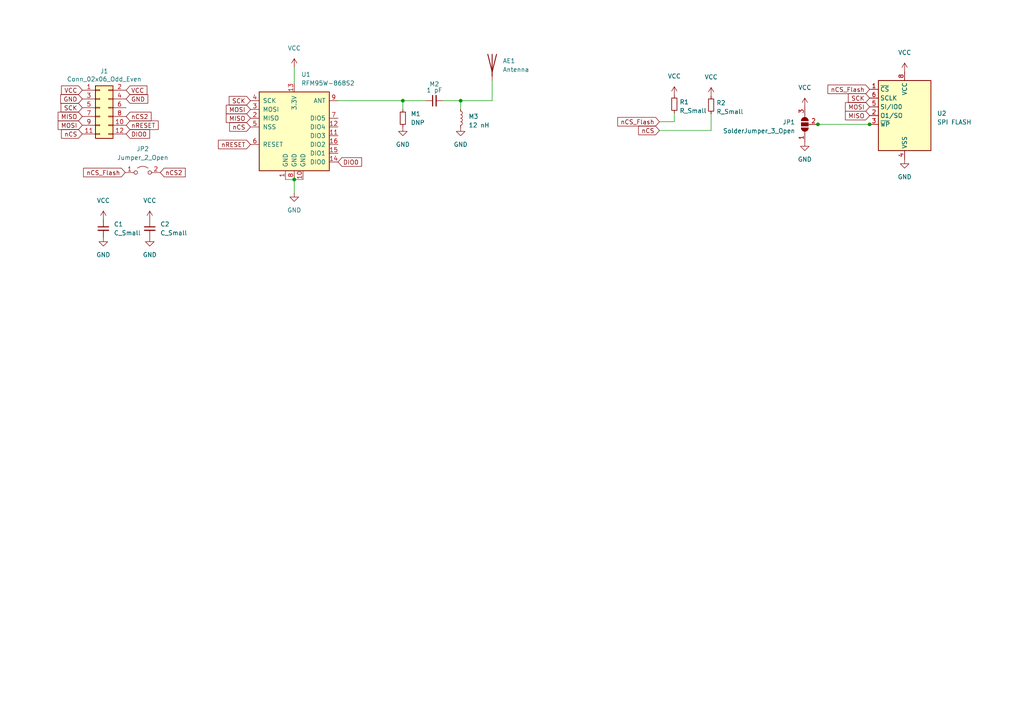
<source format=kicad_sch>
(kicad_sch (version 20230121) (generator eeschema)
  (paper "A4")
  (lib_symbols
    (symbol "Connector_Generic:Conn_02x06_Odd_Even" (pin_names (offset 1.016) hide)
      (property "Reference" "J" (at 1.27 7.62 0))
      (property "Value" "Conn_02x06_Odd_Even" (at 1.27 -10.16 0))
      (symbol "Conn_02x06_Odd_Even_1_1"
        (rectangle (start -1.27 -7.493) (end 0 -7.747) (stroke (width 0.1524)))
        (rectangle (start -1.27 -4.953) (end 0 -5.207) (stroke (width 0.1524)))
        (rectangle (start -1.27 -2.413) (end 0 -2.667) (stroke (width 0.1524)))
        (rectangle (start -1.27 0.127) (end 0 -0.127) (stroke (width 0.1524)))
        (rectangle (start -1.27 2.667) (end 0 2.413) (stroke (width 0.1524)))
        (rectangle (start -1.27 5.207) (end 0 4.953) (stroke (width 0.1524)))
        (rectangle (start -1.27 6.35) (end 3.81 -8.89) (stroke (width 0.254)) (fill (type background)))
        (rectangle (start 3.81 -7.493) (end 2.54 -7.747) (stroke (width 0.1524)))
        (rectangle (start 3.81 -4.953) (end 2.54 -5.207) (stroke (width 0.1524)))
        (rectangle (start 3.81 -2.413) (end 2.54 -2.667) (stroke (width 0.1524)))
        (rectangle (start 3.81 0.127) (end 2.54 -0.127) (stroke (width 0.1524)))
        (rectangle (start 3.81 2.667) (end 2.54 2.413) (stroke (width 0.1524)))
        (rectangle (start 3.81 5.207) (end 2.54 4.953) (stroke (width 0.1524)))
        (pin passive line (at -5.08 5.08 0) (length 3.81) (name "Pin_1") (number "1"))
        (pin passive line (at 7.62 -5.08 180) (length 3.81) (name "Pin_10") (number "10"))
        (pin passive line (at -5.08 -7.62 0) (length 3.81) (name "Pin_11") (number "11"))
        (pin passive line (at 7.62 -7.62 180) (length 3.81) (name "Pin_12") (number "12"))
        (pin passive line (at 7.62 5.08 180) (length 3.81) (name "Pin_2") (number "2"))
        (pin passive line (at -5.08 2.54 0) (length 3.81) (name "Pin_3") (number "3"))
        (pin passive line (at 7.62 2.54 180) (length 3.81) (name "Pin_4") (number "4"))
        (pin passive line (at -5.08 0 0) (length 3.81) (name "Pin_5") (number "5"))
        (pin passive line (at 7.62 0 180) (length 3.81) (name "Pin_6") (number "6"))
        (pin passive line (at -5.08 -2.54 0) (length 3.81) (name "Pin_7") (number "7"))
        (pin passive line (at 7.62 -2.54 180) (length 3.81) (name "Pin_8") (number "8"))
        (pin passive line (at -5.08 -5.08 0) (length 3.81) (name "Pin_9") (number "9"))
      )
    )
    (symbol "Device:Antenna" (pin_numbers hide) (pin_names (offset 1.016) hide)
      (property "Reference" "AE" (at -1.905 1.905 0))
      (property "Value" "Antenna" (at -1.905 0 0))
      (symbol "Antenna_0_1"
        (polyline (pts (xy 0 2.54) (xy 0 -3.81)) (stroke (width 0.254)))
        (polyline (pts (xy 1.27 2.54) (xy 0 -2.54) (xy -1.27 2.54)) (stroke (width 0.254)))
      )
      (symbol "Antenna_1_1"
        (pin input line (at 0 -5.08 90) (length 2.54) (name "A") (number "1"))
      )
    )
    (symbol "Device:C_Small" (pin_numbers hide) (pin_names (offset 0.254) hide)
      (property "Reference" "C" (at 0.254 1.778 0))
      (property "Value" "C_Small" (at 0.254 -2.032 0))
      (symbol "C_Small_0_1"
        (polyline (pts (xy -1.524 -0.508) (xy 1.524 -0.508)) (stroke (width 0.3302)))
        (polyline (pts (xy -1.524 0.508) (xy 1.524 0.508)) (stroke (width 0.3048)))
      )
      (symbol "C_Small_1_1"
        (pin passive line (at 0 2.54 270) (length 2.032) (name "~") (number "1"))
        (pin passive line (at 0 -2.54 90) (length 2.032) (name "~") (number "2"))
      )
    )
    (symbol "Device:L_Small" (pin_numbers hide) (pin_names (offset 0.254) hide)
      (property "Reference" "L" (at 0.762 1.016 0))
      (property "Value" "L_Small" (at 0.762 -1.016 0))
      (symbol "L_Small_0_1"
        (arc (start 0 -2.032) (mid 0.5058 -1.524) (end 0 -1.016))
        (arc (start 0 -1.016) (mid 0.5058 -0.508) (end 0 0))
        (arc (start 0 0) (mid 0.5058 0.508) (end 0 1.016))
        (arc (start 0 1.016) (mid 0.5058 1.524) (end 0 2.032))
      )
      (symbol "L_Small_1_1"
        (pin passive line (at 0 2.54 270) (length 0.508) (name "~") (number "1"))
        (pin passive line (at 0 -2.54 90) (length 0.508) (name "~") (number "2"))
      )
    )
    (symbol "Device:R_Small" (pin_numbers hide) (pin_names (offset 0.254) hide)
      (property "Reference" "R" (at 0.762 0.508 0))
      (property "Value" "R_Small" (at 0.762 -1.016 0))
      (symbol "R_Small_0_1"
        (rectangle (start -0.762 1.778) (end 0.762 -1.778) (stroke (width 0.2032)))
      )
      (symbol "R_Small_1_1"
        (pin passive line (at 0 2.54 270) (length 0.762) (name "~") (number "1"))
        (pin passive line (at 0 -2.54 90) (length 0.762) (name "~") (number "2"))
      )
    )
    (symbol "Jumper:Jumper_2_Open" (pin_names (offset 0) hide)
      (property "Reference" "JP" (at 0 2.794 0))
      (property "Value" "Jumper_2_Open" (at 0 -2.286 0))
      (symbol "Jumper_2_Open_0_0"
        (circle (center -2.032 0) (radius 0.508))
        (circle (center 2.032 0) (radius 0.508))
      )
      (symbol "Jumper_2_Open_0_1"
        (arc (start 1.524 1.27) (mid 0 1.778) (end -1.524 1.27))
      )
      (symbol "Jumper_2_Open_1_1"
        (pin passive line (at -5.08 0 0) (length 2.54) (name "A") (number "1"))
        (pin passive line (at 5.08 0 180) (length 2.54) (name "B") (number "2"))
      )
    )
    (symbol "Jumper:SolderJumper_3_Open" (pin_names (offset 0) hide)
      (property "Reference" "JP" (at -2.54 -2.54 0))
      (property "Value" "SolderJumper_3_Open" (at 0 2.794 0))
      (symbol "SolderJumper_3_Open_0_1"
        (arc (start -1.016 1.016) (mid -2.0276 0) (end -1.016 -1.016))
        (arc (start -1.016 1.016) (mid -2.0276 0) (end -1.016 -1.016) (fill (type outline)))
        (rectangle (start -0.508 1.016) (end 0.508 -1.016) (fill (type outline)))
        (polyline (pts (xy -2.54 0) (xy -2.032 0)))
        (polyline (pts (xy -1.016 1.016) (xy -1.016 -1.016)))
        (polyline (pts (xy 0 -1.27) (xy 0 -1.016)))
        (polyline (pts (xy 1.016 1.016) (xy 1.016 -1.016)))
        (polyline (pts (xy 2.54 0) (xy 2.032 0)))
        (arc (start 1.016 -1.016) (mid 2.0276 0) (end 1.016 1.016))
        (arc (start 1.016 -1.016) (mid 2.0276 0) (end 1.016 1.016) (fill (type outline)))
      )
      (symbol "SolderJumper_3_Open_1_1"
        (pin passive line (at -5.08 0 0) (length 2.54) (name "A") (number "1"))
        (pin passive line (at 0 -3.81 90) (length 2.54) (name "C") (number "2"))
        (pin passive line (at 5.08 0 180) (length 2.54) (name "B") (number "3"))
      )
    )
    (symbol "Memory_Flash:GD25D05CT"
      (property "Reference" "U" (at 2.54 12.7 0))
      (property "Value" "GD25D05CT" (at 8.89 8.89 0))
      (symbol "GD25D05CT_0_1"
        (rectangle (start -7.62 10.16) (end 7.62 -10.16) (stroke (width 0.254)) (fill (type background)))
      )
      (symbol "GD25D05CT_1_1"
        (pin input line (at -10.16 7.62 0) (length 2.54) (name "~{CS}") (number "1"))
        (pin output line (at -10.16 0 0) (length 2.54) (name "O1/SO") (number "2"))
        (pin input line (at -10.16 -2.54 0) (length 2.54) (name "~{WP}") (number "3"))
        (pin power_in line (at 0 -12.7 90) (length 2.54) (name "VSS") (number "4"))
        (pin bidirectional line (at -10.16 2.54 0) (length 2.54) (name "SI/IO0") (number "5"))
        (pin input line (at -10.16 5.08 0) (length 2.54) (name "SCLK") (number "6"))
        (pin no_connect line (at -7.62 -5.08 0) (length 2.54) hide (name "NC") (number "7"))
        (pin power_in line (at 0 12.7 270) (length 2.54) (name "VCC") (number "8"))
      )
    )
    (symbol "RF_Module:RFM95W-868S2" (pin_names (offset 1.016))
      (property "Reference" "U" (at -10.414 11.684 0))
      (property "Value" "RFM95W-868S2" (at 1.524 11.43 0))
      (symbol "RFM95W-868S2_0_1"
        (rectangle (start -10.16 10.16) (end 10.16 -12.7) (stroke (width 0.254)) (fill (type background)))
      )
      (symbol "RFM95W-868S2_1_1"
        (pin power_in line (at -2.54 -15.24 90) (length 2.54) (name "GND") (number "1"))
        (pin power_in line (at 2.54 -15.24 90) (length 2.54) (name "GND") (number "10"))
        (pin bidirectional line (at 12.7 -2.54 180) (length 2.54) (name "DIO3") (number "11"))
        (pin bidirectional line (at 12.7 0 180) (length 2.54) (name "DIO4") (number "12"))
        (pin power_in line (at 0 12.7 270) (length 2.54) (name "3.3V") (number "13"))
        (pin bidirectional line (at 12.7 -10.16 180) (length 2.54) (name "DIO0") (number "14"))
        (pin bidirectional line (at 12.7 -7.62 180) (length 2.54) (name "DIO1") (number "15"))
        (pin bidirectional line (at 12.7 -5.08 180) (length 2.54) (name "DIO2") (number "16"))
        (pin output line (at -12.7 2.54 0) (length 2.54) (name "MISO") (number "2"))
        (pin input line (at -12.7 5.08 0) (length 2.54) (name "MOSI") (number "3"))
        (pin input line (at -12.7 7.62 0) (length 2.54) (name "SCK") (number "4"))
        (pin input line (at -12.7 0 0) (length 2.54) (name "NSS") (number "5"))
        (pin bidirectional line (at -12.7 -5.08 0) (length 2.54) (name "RESET") (number "6"))
        (pin bidirectional line (at 12.7 2.54 180) (length 2.54) (name "DIO5") (number "7"))
        (pin power_in line (at 0 -15.24 90) (length 2.54) (name "GND") (number "8"))
        (pin bidirectional line (at 12.7 7.62 180) (length 2.54) (name "ANT") (number "9"))
      )
    )
    (symbol "power:GND" (power) (pin_names (offset 0))
      (property "Value" "GND" (at 0 -3.81 0))
      (symbol "GND_0_1"
        (polyline (pts (xy 0 0) (xy 0 -1.27) (xy 1.27 -1.27) (xy 0 -2.54) (xy -1.27 -1.27) (xy 0 -1.27)))
      )
      (symbol "GND_1_1"
        (pin power_in line (at 0 0 270) (length 0) hide (name "GND") (number "1"))
      )
    )
    (symbol "power:VCC" (power) (pin_names (offset 0))
      (property "Value" "VCC" (at 0 3.81 0))
      (symbol "VCC_0_1"
        (polyline (pts (xy -0.762 1.27) (xy 0 2.54)))
        (polyline (pts (xy 0 0) (xy 0 2.54)))
        (polyline (pts (xy 0 2.54) (xy 0.762 1.27)))
      )
      (symbol "VCC_1_1"
        (pin power_in line (at 0 0 90) (length 0) hide (name "VCC") (number "1"))
      )
    )
  )
  (junction (at 85.344 52.07))
  (junction (at 116.84 29.21))
  (junction (at 133.604 29.21))
  (junction (at 252.222 36.068))
  (junction (at 237.236 36.068))
  (wire (pts (xy 82.804 52.07) (xy 85.344 52.07)))
  (wire (pts (xy 236.982 36.068) (xy 237.236 36.068)))
  (wire (pts (xy 85.344 19.558) (xy 85.344 24.13)))
  (wire (pts (xy 128.524 29.21) (xy 133.604 29.21)))
  (wire (pts (xy 98.044 29.21) (xy 116.84 29.21)))
  (wire (pts (xy 85.344 52.07) (xy 85.344 55.88)))
  (wire (pts (xy 133.604 29.21) (xy 142.748 29.21)))
  (wire (pts (xy 116.84 29.21) (xy 123.444 29.21)))
  (wire (pts (xy 191.262 35.306) (xy 195.58 35.306)))
  (wire (pts (xy 87.884 52.07) (xy 85.344 52.07)))
  (wire (pts (xy 206.248 37.846) (xy 206.248 33.02)))
  (wire (pts (xy 142.748 29.21) (xy 142.748 23.368)))
  (wire (pts (xy 191.262 37.846) (xy 206.248 37.846)))
  (wire (pts (xy 133.604 31.75) (xy 133.604 29.21)))
  (wire (pts (xy 252.222 36.068) (xy 252.476 36.068)))
  (wire (pts (xy 116.84 29.21) (xy 116.84 31.75)))
  (wire (pts (xy 237.236 36.068) (xy 252.222 36.068)))
  (wire (pts (xy 133.604 29.21) (xy 133.858 28.956)))
  (wire (pts (xy 195.58 35.306) (xy 195.58 32.766)))
  (global_label "nCS_Flash" (shape input) (at 36.322 50.038 180) (property "Intersheetrefs" "${INTERSHEET_REFS}" (effects hide)))
  (global_label "nCS_Flash" (shape input) (at 252.222 25.908 180) (property "Intersheetrefs" "${INTERSHEET_REFS}" (effects hide)))
  (global_label "nRESET" (shape input) (at 72.644 41.91 180) (property "Intersheetrefs" "${INTERSHEET_REFS}" (effects hide)) (property "Intersheet-verwijzingen" "${INTERSHEET_REFS}" (effects hide)))
  (global_label "MISO" (shape input) (at 252.222 33.528 180) (property "Intersheetrefs" "${INTERSHEET_REFS}" (effects hide)) (property "Intersheet-verwijzingen" "${INTERSHEET_REFS}" (effects hide)))
  (global_label "MISO" (shape input) (at 23.876 33.782 180) (property "Intersheetrefs" "${INTERSHEET_REFS}" (effects hide)) (property "Intersheet-verwijzingen" "${INTERSHEET_REFS}" (effects hide)))
  (global_label "GND" (shape input) (at 36.576 28.702 0) (property "Intersheetrefs" "${INTERSHEET_REFS}" (effects hide)) (property "Intersheet-verwijzingen" "${INTERSHEET_REFS}" (effects hide)))
  (global_label "nCS" (shape input) (at 191.262 37.846 180) (property "Intersheetrefs" "${INTERSHEET_REFS}" (effects hide)) (property "Intersheet-verwijzingen" "${INTERSHEET_REFS}" (effects hide)))
  (global_label "VCC" (shape input) (at 23.876 26.162 180) (property "Intersheetrefs" "${INTERSHEET_REFS}" (effects hide)) (property "Intersheet-verwijzingen" "${INTERSHEET_REFS}" (effects hide)))
  (global_label "nCS" (shape input) (at 72.644 36.83 180) (property "Intersheetrefs" "${INTERSHEET_REFS}" (effects hide)) (property "Intersheet-verwijzingen" "${INTERSHEET_REFS}" (effects hide)))
  (global_label "GND" (shape input) (at 23.876 28.702 180) (property "Intersheetrefs" "${INTERSHEET_REFS}" (effects hide)) (property "Intersheet-verwijzingen" "${INTERSHEET_REFS}" (effects hide)))
  (global_label "SCK" (shape input) (at 23.876 31.242 180) (property "Intersheetrefs" "${INTERSHEET_REFS}" (effects hide)) (property "Intersheet-verwijzingen" "${INTERSHEET_REFS}" (effects hide)))
  (global_label "nCS" (shape input) (at 23.876 38.862 180) (property "Intersheetrefs" "${INTERSHEET_REFS}" (effects hide)) (property "Intersheet-verwijzingen" "${INTERSHEET_REFS}" (effects hide)))
  (global_label "VCC" (shape input) (at 36.576 26.162 0) (property "Intersheetrefs" "${INTERSHEET_REFS}" (effects hide)) (property "Intersheet-verwijzingen" "${INTERSHEET_REFS}" (effects hide)))
  (global_label "nCS2" (shape input) (at 36.576 33.782 0) (property "Intersheetrefs" "${INTERSHEET_REFS}" (effects hide)))
  (global_label "nCS2" (shape input) (at 46.482 50.038 0) (property "Intersheetrefs" "${INTERSHEET_REFS}" (effects hide)))
  (global_label "DIO0" (shape input) (at 98.044 46.99 0) (property "Intersheetrefs" "${INTERSHEET_REFS}" (effects hide)) (property "Intersheet-verwijzingen" "${INTERSHEET_REFS}" (effects hide)))
  (global_label "nCS_Flash" (shape input) (at 191.262 35.306 180) (property "Intersheetrefs" "${INTERSHEET_REFS}" (effects hide)))
  (global_label "DIO0" (shape input) (at 36.576 38.862 0) (property "Intersheetrefs" "${INTERSHEET_REFS}" (effects hide)) (property "Intersheet-verwijzingen" "${INTERSHEET_REFS}" (effects hide)))
  (global_label "MISO" (shape input) (at 72.644 34.29 180) (property "Intersheetrefs" "${INTERSHEET_REFS}" (effects hide)) (property "Intersheet-verwijzingen" "${INTERSHEET_REFS}" (effects hide)))
  (global_label "MOSI" (shape input) (at 72.644 31.75 180) (property "Intersheetrefs" "${INTERSHEET_REFS}" (effects hide)) (property "Intersheet-verwijzingen" "${INTERSHEET_REFS}" (effects hide)))
  (global_label "MOSI" (shape input) (at 252.222 30.988 180) (property "Intersheetrefs" "${INTERSHEET_REFS}" (effects hide)) (property "Intersheet-verwijzingen" "${INTERSHEET_REFS}" (effects hide)))
  (global_label "nRESET" (shape input) (at 36.576 36.322 0) (property "Intersheetrefs" "${INTERSHEET_REFS}" (effects hide)) (property "Intersheet-verwijzingen" "${INTERSHEET_REFS}" (effects hide)))
  (global_label "SCK" (shape input) (at 252.222 28.448 180) (property "Intersheetrefs" "${INTERSHEET_REFS}" (effects hide)) (property "Intersheet-verwijzingen" "${INTERSHEET_REFS}" (effects hide)))
  (global_label "SCK" (shape input) (at 72.644 29.21 180) (property "Intersheetrefs" "${INTERSHEET_REFS}" (effects hide)) (property "Intersheet-verwijzingen" "${INTERSHEET_REFS}" (effects hide)))
  (global_label "MOSI" (shape input) (at 23.876 36.322 180) (property "Intersheetrefs" "${INTERSHEET_REFS}" (effects hide)) (property "Intersheet-verwijzingen" "${INTERSHEET_REFS}" (effects hide)))
  (symbol (lib_id "Connector_Generic:Conn_02x06_Odd_Even") (at 28.956 31.242 0) (unit 1)
    (property "Reference" "J1" (at 30.226 20.6502 0))
    (property "Value" "Conn_02x06_Odd_Even" (at 30.226 22.9616 0))
    (property "Footprint" "Connector_PinHeader_2.54mm:PinHeader_2x06_P2.54mm_Horizontal" (effects hide))
  )
  (symbol (lib_id "power:GND") (at 43.434 68.834 0) (unit 1)
    (property "Reference" "#PWR04" (effects hide))
    (property "Value" "GND" (at 43.434 73.914 0))
  )
  (symbol (lib_id "power:VCC") (at 262.382 20.828 0) (unit 1)
    (property "Reference" "#PWR013" (effects hide))
    (property "Value" "VCC" (at 262.382 15.24 0))
  )
  (symbol (lib_id "Jumper:Jumper_2_Open") (at 41.402 50.038 0) (unit 1)
    (property "Reference" "JP2" (at 41.402 43.18 0))
    (property "Value" "Jumper_2_Open" (at 41.402 45.72 0))
    (property "Footprint" "Jumper:SolderJumper-2_P1.3mm_Open_RoundedPad1.0x1.5mm" (effects hide))
  )
  (symbol (lib_id "Device:R_Small") (at 195.58 30.226 0) (unit 1)
    (property "Reference" "R1" (at 197.104 29.591 0) (effects (justify left)))
    (property "Value" "R_Small" (at 197.104 32.131 0) (effects (justify left)))
    (property "Footprint" "Resistor_SMD:R_0805_2012Metric" (effects hide))
  )
  (symbol (lib_id "Device:Antenna") (at 142.748 18.288 0) (unit 1)
    (property "Reference" "AE1" (at 145.796 17.6529 0) (effects (justify left)))
    (property "Value" "Antenna" (at 145.796 20.1929 0) (effects (justify left)))
    (property "Footprint" "RF_Antenna:Texas_SWRA416_868MHz_915MHz" (effects hide))
  )
  (symbol (lib_id "power:GND") (at 29.972 68.834 0) (unit 1)
    (property "Reference" "#PWR02" (effects hide))
    (property "Value" "GND" (at 29.972 73.914 0))
  )
  (symbol (lib_id "Device:C_Small") (at 125.984 29.21 90) (unit 1)
    (property "Reference" "M2" (at 125.984 24.384 90))
    (property "Value" "1 pF" (at 125.984 26.162 90))
    (property "Footprint" "Resistor_SMD:R_0603_1608Metric" (effects hide))
  )
  (symbol (lib_id "Device:L_Small") (at 133.604 34.29 0) (unit 1)
    (property "Reference" "M3" (at 135.89 33.782 0) (effects (justify left)))
    (property "Value" "12 nH" (at 135.89 36.322 0) (effects (justify left)))
    (property "Footprint" "Resistor_SMD:R_0603_1608Metric" (effects hide))
  )
  (symbol (lib_id "power:VCC") (at 233.426 30.988 0) (unit 1)
    (property "Reference" "#PWR011" (effects hide))
    (property "Value" "VCC" (at 233.426 25.4 0))
  )
  (symbol (lib_id "power:GND") (at 133.604 36.83 0) (unit 1)
    (property "Reference" "#PWR08" (effects hide))
    (property "Value" "GND" (at 133.604 41.91 0))
  )
  (symbol (lib_id "power:GND") (at 85.344 55.88 0) (unit 1)
    (property "Reference" "#PWR06" (effects hide))
    (property "Value" "GND" (at 85.344 60.96 0))
  )
  (symbol (lib_id "power:GND") (at 116.84 36.83 0) (unit 1)
    (property "Reference" "#PWR07" (effects hide))
    (property "Value" "GND" (at 116.84 41.91 0))
  )
  (symbol (lib_id "Device:C_Small") (at 29.972 66.294 0) (unit 1)
    (property "Reference" "C1" (at 33.02 65.0302 0) (effects (justify left)))
    (property "Value" "C_Small" (at 33.02 67.5702 0) (effects (justify left)))
    (property "Footprint" "Capacitor_SMD:C_0805_2012Metric" (effects hide))
  )
  (symbol (lib_id "Device:R_Small") (at 116.84 34.29 0) (unit 1)
    (property "Reference" "M1" (at 119.126 33.02 0) (effects (justify left)))
    (property "Value" "DNP" (at 119.126 35.56 0) (effects (justify left)))
    (property "Footprint" "Resistor_SMD:R_0603_1608Metric" (effects hide))
  )
  (symbol (lib_id "power:VCC") (at 85.344 19.558 0) (unit 1)
    (property "Reference" "#PWR05" (effects hide))
    (property "Value" "VCC" (at 85.344 13.97 0))
  )
  (symbol (lib_id "Jumper:SolderJumper_3_Open") (at 233.426 36.068 90) (unit 1)
    (property "Reference" "JP1" (at 230.632 35.433 90) (effects (justify left)))
    (property "Value" "SolderJumper_3_Open" (at 230.632 37.973 90) (effects (justify left)))
    (property "Footprint" "Jumper:SolderJumper-3_P1.3mm_Open_RoundedPad1.0x1.5mm" (effects hide))
  )
  (symbol (lib_id "RF_Module:RFM95W-868S2") (at 85.344 36.83 0) (unit 1)
    (property "Reference" "U1" (at 87.3634 21.59 0) (effects (justify left)))
    (property "Value" "RFM95W-868S2" (at 87.3634 24.13 0) (effects (justify left)))
    (property "Footprint" "RF_Module:HOPERF_RFM9XW_SMD" (effects hide))
    (property "Datasheet" "https://www.hoperf.com/data/upload/portal/20181127/5bfcbea20e9ef.pdf" (effects hide))
  )
  (symbol (lib_id "power:VCC") (at 206.248 27.94 0) (unit 1)
    (property "Reference" "#PWR010" (effects hide))
    (property "Value" "VCC" (at 206.248 22.352 0))
  )
  (symbol (lib_id "Memory_Flash:GD25D05CT") (at 262.382 33.528 0) (unit 1)
    (property "Reference" "U2" (at 271.78 32.893 0) (effects (justify left)))
    (property "Value" "SPI FLASH" (at 271.78 35.433 0) (effects (justify left)))
    (property "Footprint" "Package_SO:SOP-8_3.9x4.9mm_P1.27mm" (effects hide))
  )
  (symbol (lib_id "power:GND") (at 262.382 46.228 0) (unit 1)
    (property "Reference" "#PWR014" (effects hide))
    (property "Value" "GND" (at 262.382 51.308 0))
  )
  (symbol (lib_id "power:VCC") (at 43.434 63.754 0) (unit 1)
    (property "Reference" "#PWR03" (effects hide))
    (property "Value" "VCC" (at 43.434 58.166 0))
  )
  (symbol (lib_id "power:GND") (at 233.426 41.148 0) (unit 1)
    (property "Reference" "#PWR012" (effects hide))
    (property "Value" "GND" (at 233.426 46.228 0))
  )
  (symbol (lib_id "power:VCC") (at 29.972 63.754 0) (unit 1)
    (property "Reference" "#PWR01" (effects hide))
    (property "Value" "VCC" (at 29.972 58.166 0))
  )
  (symbol (lib_id "Device:R_Small") (at 206.248 30.48 0) (unit 1)
    (property "Reference" "R2" (at 207.772 29.845 0) (effects (justify left)))
    (property "Value" "R_Small" (at 207.772 32.385 0) (effects (justify left)))
    (property "Footprint" "Resistor_SMD:R_0805_2012Metric" (effects hide))
  )
  (symbol (lib_id "Device:C_Small") (at 43.434 66.294 0) (unit 1)
    (property "Reference" "C2" (at 46.482 65.0302 0) (effects (justify left)))
    (property "Value" "C_Small" (at 46.482 67.5702 0) (effects (justify left)))
    (property "Footprint" "Capacitor_SMD:C_0805_2012Metric" (effects hide))
  )
  (symbol (lib_id "power:VCC") (at 195.58 27.686 0) (unit 1)
    (property "Reference" "#PWR09" (effects hide))
    (property "Value" "VCC" (at 195.58 22.098 0))
  )
)
</source>
